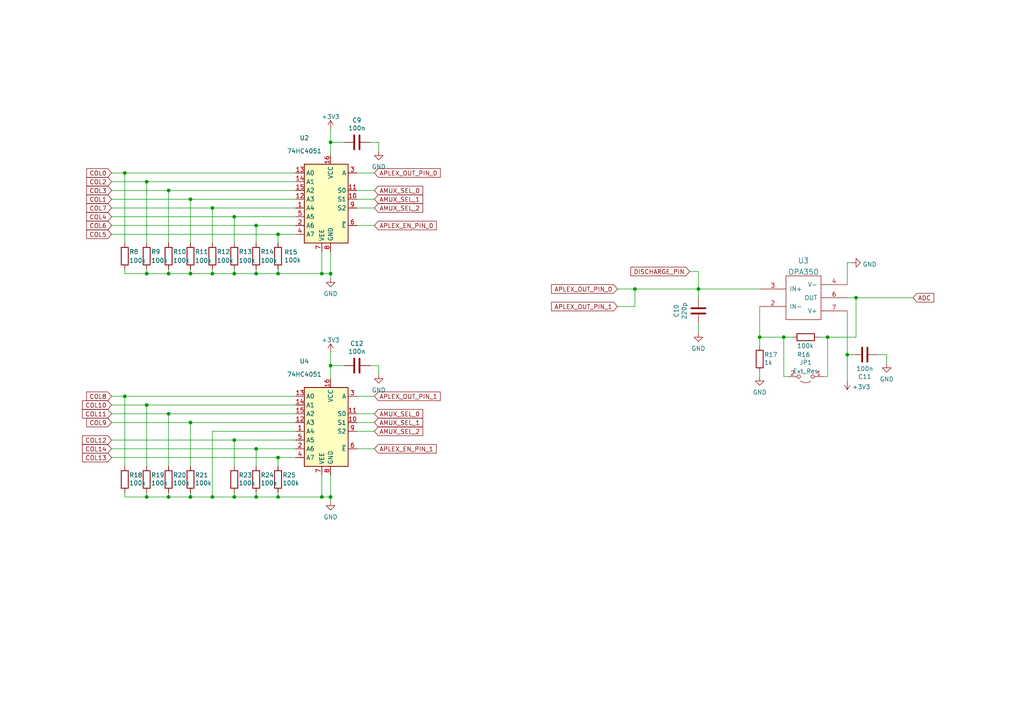
<source format=kicad_sch>
(kicad_sch (version 20231120) (generator "eeschema") (generator_version "8.0")
  (paper "A4")
  (title_block (title "EC60") (date "2024-03-03") (rev "1.1.1") (company "LU.SV Solutions") (comment 1 "Cipulot PCB Design") (comment 2 "Cipulot") (comment 3 "CC-BY-NC-SA-4.0"))
  (lib_symbols
    (symbol "74xx:74HC4051"
      (property "Reference" "U" (at -5.08 11.43 0))
      (property "Value" "74HC4051" (at -7.62 -13.97 0))
      (symbol "74HC4051_0_1"
        (rectangle (start -5.08 10.16) (end 7.62 -12.7) (stroke (width 0.254)) (fill (type background)))
      )
      (symbol "74HC4051_1_1"
        (pin passive line (at 10.16 -2.54 180) (length 2.54) (name "A4") (number "1"))
        (pin input line (at -7.62 0 0) (length 2.54) (name "S1") (number "10"))
        (pin input line (at -7.62 2.54 0) (length 2.54) (name "S0") (number "11"))
        (pin passive line (at 10.16 0 180) (length 2.54) (name "A3") (number "12"))
        (pin passive line (at 10.16 7.62 180) (length 2.54) (name "A0") (number "13"))
        (pin passive line (at 10.16 5.08 180) (length 2.54) (name "A1") (number "14"))
        (pin passive line (at 10.16 2.54 180) (length 2.54) (name "A2") (number "15"))
        (pin power_in line (at 0 12.7 270) (length 2.54) (name "VCC") (number "16"))
        (pin passive line (at 10.16 -7.62 180) (length 2.54) (name "A6") (number "2"))
        (pin passive line (at -7.62 7.62 0) (length 2.54) (name "A") (number "3"))
        (pin passive line (at 10.16 -10.16 180) (length 2.54) (name "A7") (number "4"))
        (pin passive line (at 10.16 -5.08 180) (length 2.54) (name "A5") (number "5"))
        (pin input line (at -7.62 -7.62 0) (length 2.54) (name "~{E}") (number "6"))
        (pin power_in line (at 2.54 -15.24 90) (length 2.54) (name "VEE") (number "7"))
        (pin power_in line (at 0 -15.24 90) (length 2.54) (name "GND") (number "8"))
        (pin input line (at -7.62 -2.54 0) (length 2.54) (name "S2") (number "9"))
      )
    )
    (symbol "Device:C" (pin_numbers hide) (pin_names (offset 0.254))
      (property "Reference" "C" (at 0.635 2.54 0))
      (property "Value" "C" (at 0.635 -2.54 0))
      (symbol "C_0_1"
        (polyline (pts (xy -2.032 -0.762) (xy 2.032 -0.762)) (stroke (width 0.508)))
        (polyline (pts (xy -2.032 0.762) (xy 2.032 0.762)) (stroke (width 0.508)))
      )
      (symbol "C_1_1"
        (pin passive line (at 0 3.81 270) (length 2.794) (name "~") (number "1"))
        (pin passive line (at 0 -3.81 90) (length 2.794) (name "~") (number "2"))
      )
    )
    (symbol "Device:R" (pin_numbers hide) (pin_names (offset 0))
      (property "Reference" "R" (at 2.032 0 90))
      (property "Value" "R" (at 0 0 90))
      (symbol "R_0_1"
        (rectangle (start -1.016 -2.54) (end 1.016 2.54) (stroke (width 0.254)))
      )
      (symbol "R_1_1"
        (pin passive line (at 0 3.81 270) (length 1.27) (name "~") (number "1"))
        (pin passive line (at 0 -3.81 90) (length 1.27) (name "~") (number "2"))
      )
    )
    (symbol "Jumper:Jumper_2_Open" (pin_names (offset 0) hide)
      (property "Reference" "JP" (at 0 2.794 0))
      (property "Value" "Jumper_2_Open" (at 0 -2.286 0))
      (symbol "Jumper_2_Open_0_0"
        (circle (center -2.032 0) (radius 0.508))
        (circle (center 2.032 0) (radius 0.508))
      )
      (symbol "Jumper_2_Open_0_1"
        (arc (start 1.524 1.27) (mid 0 1.778) (end -1.524 1.27))
      )
      (symbol "Jumper_2_Open_1_1"
        (pin passive line (at -5.08 0 0) (length 2.54) (name "A") (number "1"))
        (pin passive line (at 5.08 0 180) (length 2.54) (name "B") (number "2"))
      )
    )
    (symbol "burrbrown:OPA350" (pin_names (offset 1.016))
      (property "Reference" "U" (at 8.89 -7.62 0))
      (property "Value" "OPA350" (at 5.08 7.62 0))
      (symbol "OPA350_0_1"
        (rectangle (start 0 -6.35) (end 10.16 6.35))
        (pin input line (at -7.62 2.54 0) (length 7.62) (name "IN-") (number "2"))
        (pin input line (at -7.62 -2.54 0) (length 7.62) (name "IN+") (number "3"))
        (pin input line (at 17.78 -3.81 180) (length 7.62) (name "V-") (number "4"))
        (pin input line (at 17.78 0 180) (length 7.62) (name "OUT") (number "6"))
        (pin input line (at 17.78 3.81 180) (length 7.62) (name "V+") (number "7"))
      )
    )
    (symbol "power:+3.3V" (power) (pin_names (offset 0))
      (property "Value" "+3.3V" (at 0 3.556 0))
      (symbol "+3.3V_0_1"
        (polyline (pts (xy -0.762 1.27) (xy 0 2.54)))
        (polyline (pts (xy 0 0) (xy 0 2.54)))
        (polyline (pts (xy 0 2.54) (xy 0.762 1.27)))
      )
      (symbol "+3.3V_1_1"
        (pin power_in line (at 0 0 90) (length 0) hide (name "+3V3") (number "1"))
      )
    )
    (symbol "power:GND" (power) (pin_names (offset 0))
      (property "Value" "GND" (at 0 -3.81 0))
      (symbol "GND_0_1"
        (polyline (pts (xy 0 0) (xy 0 -1.27) (xy 1.27 -1.27) (xy 0 -2.54) (xy -1.27 -1.27) (xy 0 -1.27)))
      )
      (symbol "GND_1_1"
        (pin power_in line (at 0 0 270) (length 0) hide (name "GND") (number "1"))
      )
    )
  )
  (junction (at 248.285 86.36))
  (junction (at 93.345 79.375))
  (junction (at 55.245 57.785))
  (junction (at 95.885 41.275))
  (junction (at 95.885 79.375))
  (junction (at 80.645 132.715))
  (junction (at 74.295 130.175))
  (junction (at 74.295 79.375))
  (junction (at 67.945 144.145))
  (junction (at 42.545 117.475))
  (junction (at 67.945 127.635))
  (junction (at 93.345 144.145))
  (junction (at 48.895 79.375))
  (junction (at 202.565 83.82))
  (junction (at 55.245 79.375))
  (junction (at 184.15 83.82))
  (junction (at 220.345 97.79))
  (junction (at 67.945 79.375))
  (junction (at 42.545 79.375))
  (junction (at 61.595 60.325))
  (junction (at 95.885 106.045))
  (junction (at 42.545 144.145))
  (junction (at 74.295 65.405))
  (junction (at 227.33 97.79))
  (junction (at 48.895 144.145))
  (junction (at 55.245 144.145))
  (junction (at 80.645 67.945))
  (junction (at 67.945 62.865))
  (junction (at 95.885 144.145))
  (junction (at 36.195 50.165))
  (junction (at 61.595 144.145))
  (junction (at 240.03 97.79))
  (junction (at 55.245 122.555))
  (junction (at 61.595 79.375))
  (junction (at 42.545 52.705))
  (junction (at 36.195 114.935))
  (junction (at 245.745 102.87))
  (junction (at 48.895 120.015))
  (junction (at 80.645 79.375))
  (junction (at 48.895 55.245))
  (junction (at 74.295 144.145))
  (junction (at 80.645 144.145))
  (wire (pts (xy 248.285 97.79) (xy 248.285 86.36)))
  (wire (pts (xy 74.295 70.485) (xy 74.295 65.405)))
  (wire (pts (xy 32.385 114.935) (xy 36.195 114.935)))
  (wire (pts (xy 36.195 114.935) (xy 85.725 114.935)))
  (wire (pts (xy 95.885 80.645) (xy 95.885 79.375)))
  (wire (pts (xy 227.33 97.79) (xy 229.87 97.79)))
  (wire (pts (xy 36.195 70.485) (xy 36.195 50.165)))
  (wire (pts (xy 85.725 67.945) (xy 80.645 67.945)))
  (wire (pts (xy 36.195 144.145) (xy 42.545 144.145)))
  (wire (pts (xy 74.295 78.105) (xy 74.295 79.375)))
  (wire (pts (xy 220.345 97.79) (xy 227.33 97.79)))
  (wire (pts (xy 48.895 70.485) (xy 48.895 55.245)))
  (wire (pts (xy 107.315 106.045) (xy 109.855 106.045)))
  (wire (pts (xy 95.885 145.415) (xy 95.885 144.145)))
  (wire (pts (xy 85.725 57.785) (xy 55.245 57.785)))
  (wire (pts (xy 179.07 83.82) (xy 184.15 83.82)))
  (wire (pts (xy 80.645 70.485) (xy 80.645 67.945)))
  (wire (pts (xy 67.945 144.145) (xy 74.295 144.145)))
  (wire (pts (xy 55.245 122.555) (xy 32.385 122.555)))
  (wire (pts (xy 48.895 79.375) (xy 55.245 79.375)))
  (wire (pts (xy 80.645 135.255) (xy 80.645 132.715)))
  (wire (pts (xy 85.725 52.705) (xy 42.545 52.705)))
  (wire (pts (xy 55.245 144.145) (xy 61.595 144.145)))
  (wire (pts (xy 85.725 122.555) (xy 55.245 122.555)))
  (wire (pts (xy 200.025 78.74) (xy 202.565 78.74)))
  (wire (pts (xy 67.945 79.375) (xy 74.295 79.375)))
  (wire (pts (xy 85.725 55.245) (xy 48.895 55.245)))
  (wire (pts (xy 95.885 41.275) (xy 95.885 45.085)))
  (wire (pts (xy 248.285 86.36) (xy 264.795 86.36)))
  (wire (pts (xy 93.345 137.795) (xy 93.345 144.145)))
  (wire (pts (xy 85.725 60.325) (xy 61.595 60.325)))
  (wire (pts (xy 55.245 78.105) (xy 55.245 79.375)))
  (wire (pts (xy 48.895 120.015) (xy 32.385 120.015)))
  (wire (pts (xy 202.565 86.36) (xy 202.565 83.82)))
  (wire (pts (xy 61.595 60.325) (xy 32.385 60.325)))
  (wire (pts (xy 61.595 144.145) (xy 67.945 144.145)))
  (wire (pts (xy 108.585 65.405) (xy 103.505 65.405)))
  (wire (pts (xy 61.595 79.375) (xy 67.945 79.375)))
  (wire (pts (xy 85.725 127.635) (xy 67.945 127.635)))
  (wire (pts (xy 32.385 67.945) (xy 80.645 67.945)))
  (wire (pts (xy 220.345 97.79) (xy 220.345 100.33)))
  (wire (pts (xy 80.645 79.375) (xy 93.345 79.375)))
  (wire (pts (xy 109.855 106.045) (xy 109.855 108.585)))
  (wire (pts (xy 202.565 78.74) (xy 202.565 83.82)))
  (wire (pts (xy 254.635 102.87) (xy 257.175 102.87)))
  (wire (pts (xy 74.295 144.145) (xy 80.645 144.145)))
  (wire (pts (xy 67.945 78.105) (xy 67.945 79.375)))
  (wire (pts (xy 85.725 125.095) (xy 61.595 125.095)))
  (wire (pts (xy 48.895 78.105) (xy 48.895 79.375)))
  (wire (pts (xy 55.245 122.555) (xy 55.245 135.255)))
  (wire (pts (xy 220.345 88.9) (xy 220.345 97.79)))
  (wire (pts (xy 248.285 86.36) (xy 245.745 86.36)))
  (wire (pts (xy 42.545 142.875) (xy 42.545 144.145)))
  (wire (pts (xy 108.585 130.175) (xy 103.505 130.175)))
  (wire (pts (xy 80.645 144.145) (xy 93.345 144.145)))
  (wire (pts (xy 42.545 70.485) (xy 42.545 52.705)))
  (wire (pts (xy 42.545 52.705) (xy 32.385 52.705)))
  (wire (pts (xy 42.545 135.255) (xy 42.545 117.475)))
  (wire (pts (xy 32.385 130.175) (xy 74.295 130.175)))
  (wire (pts (xy 93.345 73.025) (xy 93.345 79.375)))
  (wire (pts (xy 202.565 83.82) (xy 220.345 83.82)))
  (wire (pts (xy 179.07 88.9) (xy 184.15 88.9)))
  (wire (pts (xy 48.895 142.875) (xy 48.895 144.145)))
  (wire (pts (xy 237.49 97.79) (xy 240.03 97.79)))
  (wire (pts (xy 36.195 50.165) (xy 85.725 50.165)))
  (wire (pts (xy 184.15 83.82) (xy 202.565 83.82)))
  (wire (pts (xy 36.195 142.875) (xy 36.195 144.145)))
  (wire (pts (xy 103.505 57.785) (xy 108.585 57.785)))
  (wire (pts (xy 109.855 41.275) (xy 109.855 43.815)))
  (wire (pts (xy 85.725 62.865) (xy 67.945 62.865)))
  (wire (pts (xy 85.725 117.475) (xy 42.545 117.475)))
  (wire (pts (xy 95.885 102.235) (xy 95.885 106.045)))
  (wire (pts (xy 74.295 65.405) (xy 85.725 65.405)))
  (wire (pts (xy 32.385 50.165) (xy 36.195 50.165)))
  (wire (pts (xy 48.895 135.255) (xy 48.895 120.015)))
  (wire (pts (xy 108.585 50.165) (xy 103.505 50.165)))
  (wire (pts (xy 202.565 93.98) (xy 202.565 96.52)))
  (wire (pts (xy 61.595 70.485) (xy 61.595 60.325)))
  (wire (pts (xy 228.6 109.22) (xy 227.33 109.22)))
  (wire (pts (xy 67.945 135.255) (xy 67.945 127.635)))
  (wire (pts (xy 61.595 78.105) (xy 61.595 79.375)))
  (wire (pts (xy 74.295 135.255) (xy 74.295 130.175)))
  (wire (pts (xy 55.245 79.375) (xy 61.595 79.375)))
  (wire (pts (xy 95.885 137.795) (xy 95.885 144.145)))
  (wire (pts (xy 107.315 41.275) (xy 109.855 41.275)))
  (wire (pts (xy 48.895 55.245) (xy 32.385 55.245)))
  (wire (pts (xy 36.195 135.255) (xy 36.195 114.935)))
  (wire (pts (xy 103.505 122.555) (xy 108.585 122.555)))
  (wire (pts (xy 80.645 142.875) (xy 80.645 144.145)))
  (wire (pts (xy 67.945 62.865) (xy 32.385 62.865)))
  (wire (pts (xy 220.345 107.95) (xy 220.345 109.22)))
  (wire (pts (xy 42.545 144.145) (xy 48.895 144.145)))
  (wire (pts (xy 93.345 144.145) (xy 95.885 144.145)))
  (wire (pts (xy 55.245 57.785) (xy 32.385 57.785)))
  (wire (pts (xy 36.195 78.105) (xy 36.195 79.375)))
  (wire (pts (xy 55.245 57.785) (xy 55.245 70.485)))
  (wire (pts (xy 85.725 120.015) (xy 48.895 120.015)))
  (wire (pts (xy 67.945 127.635) (xy 32.385 127.635)))
  (wire (pts (xy 32.385 65.405) (xy 74.295 65.405)))
  (wire (pts (xy 93.345 79.375) (xy 95.885 79.375)))
  (wire (pts (xy 95.885 37.465) (xy 95.885 41.275)))
  (wire (pts (xy 61.595 125.095) (xy 61.595 144.145)))
  (wire (pts (xy 36.195 79.375) (xy 42.545 79.375)))
  (wire (pts (xy 245.745 82.55) (xy 245.745 76.2)))
  (wire (pts (xy 74.295 142.875) (xy 74.295 144.145)))
  (wire (pts (xy 32.385 132.715) (xy 80.645 132.715)))
  (wire (pts (xy 42.545 79.375) (xy 48.895 79.375)))
  (wire (pts (xy 227.33 109.22) (xy 227.33 97.79)))
  (wire (pts (xy 74.295 79.375) (xy 80.645 79.375)))
  (wire (pts (xy 257.175 102.87) (xy 257.175 105.41)))
  (wire (pts (xy 42.545 78.105) (xy 42.545 79.375)))
  (wire (pts (xy 108.585 114.935) (xy 103.505 114.935)))
  (wire (pts (xy 103.505 120.015) (xy 108.585 120.015)))
  (wire (pts (xy 240.03 109.22) (xy 240.03 97.79)))
  (wire (pts (xy 245.745 90.17) (xy 245.745 102.87)))
  (wire (pts (xy 48.895 144.145) (xy 55.245 144.145)))
  (wire (pts (xy 99.695 41.275) (xy 95.885 41.275)))
  (wire (pts (xy 99.695 106.045) (xy 95.885 106.045)))
  (wire (pts (xy 67.945 70.485) (xy 67.945 62.865)))
  (wire (pts (xy 247.015 102.87) (xy 245.745 102.87)))
  (wire (pts (xy 184.15 83.82) (xy 184.15 88.9)))
  (wire (pts (xy 103.505 60.325) (xy 108.585 60.325)))
  (wire (pts (xy 42.545 117.475) (xy 32.385 117.475)))
  (wire (pts (xy 55.245 142.875) (xy 55.245 144.145)))
  (wire (pts (xy 245.745 76.2) (xy 247.015 76.2)))
  (wire (pts (xy 67.945 142.875) (xy 67.945 144.145)))
  (wire (pts (xy 95.885 106.045) (xy 95.885 109.855)))
  (wire (pts (xy 103.505 125.095) (xy 108.585 125.095)))
  (wire (pts (xy 240.03 97.79) (xy 248.285 97.79)))
  (wire (pts (xy 103.505 55.245) (xy 108.585 55.245)))
  (wire (pts (xy 80.645 78.105) (xy 80.645 79.375)))
  (wire (pts (xy 74.295 130.175) (xy 85.725 130.175)))
  (wire (pts (xy 95.885 73.025) (xy 95.885 79.375)))
  (wire (pts (xy 238.76 109.22) (xy 240.03 109.22)))
  (wire (pts (xy 85.725 132.715) (xy 80.645 132.715)))
  (wire (pts (xy 245.745 110.49) (xy 245.745 102.87)))
  (global_label "AMUX_SEL_2" (shape input) (at 108.585 125.095 0) (property "Intersheetrefs" "${INTERSHEET_REFS}" (effects (hide yes))))
  (global_label "COL4" (shape input) (at 32.385 62.865 180) (property "Intersheetrefs" "${INTERSHEET_REFS}" (effects (hide yes))))
  (global_label "AMUX_SEL_0" (shape input) (at 108.585 55.245 0) (property "Intersheetrefs" "${INTERSHEET_REFS}" (effects (hide yes))))
  (global_label "APLEX_OUT_PIN_1" (shape input) (at 108.585 114.935 0) (property "Intersheetrefs" "${INTERSHEET_REFS}" (effects (hide yes))))
  (global_label "APLEX_OUT_PIN_1" (shape input) (at 179.07 88.9 180) (property "Intersheetrefs" "${INTERSHEET_REFS}" (effects (hide yes))))
  (global_label "COL6" (shape input) (at 32.385 65.405 180) (property "Intersheetrefs" "${INTERSHEET_REFS}" (effects (hide yes))))
  (global_label "COL2" (shape input) (at 32.385 52.705 180) (property "Intersheetrefs" "${INTERSHEET_REFS}" (effects (hide yes))))
  (global_label "COL8" (shape input) (at 32.385 114.935 180) (property "Intersheetrefs" "${INTERSHEET_REFS}" (effects (hide yes))))
  (global_label "AMUX_SEL_1" (shape input) (at 108.585 57.785 0) (property "Intersheetrefs" "${INTERSHEET_REFS}" (effects (hide yes))))
  (global_label "DISCHARGE_PIN" (shape input) (at 200.025 78.74 180) (property "Intersheetrefs" "${INTERSHEET_REFS}" (effects (hide yes))))
  (global_label "COL10" (shape input) (at 32.385 117.475 180) (property "Intersheetrefs" "${INTERSHEET_REFS}" (effects (hide yes))))
  (global_label "COL12" (shape input) (at 32.385 127.635 180) (property "Intersheetrefs" "${INTERSHEET_REFS}" (effects (hide yes))))
  (global_label "COL9" (shape input) (at 32.385 122.555 180) (property "Intersheetrefs" "${INTERSHEET_REFS}" (effects (hide yes))))
  (global_label "APLEX_OUT_PIN_0" (shape input) (at 108.585 50.165 0) (property "Intersheetrefs" "${INTERSHEET_REFS}" (effects (hide yes))))
  (global_label "AMUX_SEL_1" (shape input) (at 108.585 122.555 0) (property "Intersheetrefs" "${INTERSHEET_REFS}" (effects (hide yes))))
  (global_label "ADC" (shape input) (at 264.795 86.36 0) (property "Intersheetrefs" "${INTERSHEET_REFS}" (effects (hide yes))))
  (global_label "COL1" (shape input) (at 32.385 57.785 180) (property "Intersheetrefs" "${INTERSHEET_REFS}" (effects (hide yes))))
  (global_label "COL14" (shape input) (at 32.385 130.175 180) (property "Intersheetrefs" "${INTERSHEET_REFS}" (effects (hide yes))))
  (global_label "COL7" (shape input) (at 32.385 60.325 180) (property "Intersheetrefs" "${INTERSHEET_REFS}" (effects (hide yes))))
  (global_label "COL13" (shape input) (at 32.385 132.715 180) (property "Intersheetrefs" "${INTERSHEET_REFS}" (effects (hide yes))))
  (global_label "AMUX_SEL_2" (shape input) (at 108.585 60.325 0) (property "Intersheetrefs" "${INTERSHEET_REFS}" (effects (hide yes))))
  (global_label "COL5" (shape input) (at 32.385 67.945 180) (property "Intersheetrefs" "${INTERSHEET_REFS}" (effects (hide yes))))
  (global_label "COL11" (shape input) (at 32.385 120.015 180) (property "Intersheetrefs" "${INTERSHEET_REFS}" (effects (hide yes))))
  (global_label "COL0" (shape input) (at 32.385 50.165 180) (property "Intersheetrefs" "${INTERSHEET_REFS}" (effects (hide yes))))
  (global_label "APLEX_OUT_PIN_0" (shape input) (at 179.07 83.82 180) (property "Intersheetrefs" "${INTERSHEET_REFS}" (effects (hide yes))))
  (global_label "COL3" (shape input) (at 32.385 55.245 180) (property "Intersheetrefs" "${INTERSHEET_REFS}" (effects (hide yes))))
  (global_label "APLEX_EN_PIN_0" (shape input) (at 108.585 65.405 0) (property "Intersheetrefs" "${INTERSHEET_REFS}" (effects (hide yes))))
  (global_label "AMUX_SEL_0" (shape input) (at 108.585 120.015 0) (property "Intersheetrefs" "${INTERSHEET_REFS}" (effects (hide yes))))
  (global_label "APLEX_EN_PIN_1" (shape input) (at 108.585 130.175 0) (property "Intersheetrefs" "${INTERSHEET_REFS}" (effects (hide yes))))
  (symbol (lib_id "Device:R") (at 36.195 139.065 0) (unit 1)
    (property "Reference" "R18" (at 37.465 137.795 0) (effects (justify left)))
    (property "Value" "100k" (at 37.465 140.1064 0) (effects (justify left)))
    (property "Footprint" "Resistor_SMD:R_0402_1005Metric" (effects (hide yes)))
    (property "LCSC" "C25741" (effects (hide yes)))
  )
  (symbol (lib_id "74xx:74HC4051") (at 95.885 57.785 0) (mirror y) (unit 1)
    (property "Reference" "U2" (at 88.265 40.005 0))
    (property "Value" "74HC4051" (at 88.265 43.815 0))
    (property "Footprint" "cipulot_parts:TSSOP16" (effects (hide yes)))
    (property "Datasheet" "http://www.ti.com/lit/ds/symlink/cd74hc4051.pdf" (effects (hide yes)))
    (property "LCSC" "C5645" (effects (hide yes)))
  )
  (symbol (lib_id "Device:R") (at 42.545 74.295 0) (unit 1)
    (property "Reference" "R9" (at 43.815 73.025 0) (effects (justify left)))
    (property "Value" "100k" (at 43.815 75.565 0) (effects (justify left)))
    (property "Footprint" "Resistor_SMD:R_0402_1005Metric" (effects (hide yes)))
    (property "LCSC" "C25741" (effects (hide yes)))
  )
  (symbol (lib_id "power:GND") (at 202.565 96.52 0) (unit 1)
    (property "Reference" "#PWR037" (effects (hide yes)))
    (property "Value" "GND" (at 202.565 101.0825 0))
  )
  (symbol (lib_id "Device:R") (at 67.945 139.065 0) (unit 1)
    (property "Reference" "R23" (at 69.215 137.795 0) (effects (justify left)))
    (property "Value" "100k" (at 69.215 140.1064 0) (effects (justify left)))
    (property "Footprint" "Resistor_SMD:R_0402_1005Metric" (effects (hide yes)))
    (property "LCSC" "C25741" (effects (hide yes)))
  )
  (symbol (lib_id "power:GND") (at 109.855 43.815 0) (unit 1)
    (property "Reference" "#PWR034" (effects (hide yes)))
    (property "Value" "GND" (at 109.855 48.3775 0))
  )
  (symbol (lib_id "Device:R") (at 233.68 97.79 270) (unit 1)
    (property "Reference" "R16" (at 231.14 102.87 90) (effects (justify left)))
    (property "Value" "100k" (at 231.14 100.33 90) (effects (justify left)))
    (property "Footprint" "Resistor_SMD:R_0402_1005Metric" (effects (hide yes)))
    (property "LCSC" "C25741" (effects (hide yes)))
  )
  (symbol (lib_id "power:GND") (at 220.345 109.22 0) (unit 1)
    (property "Reference" "#PWR041" (effects (hide yes)))
    (property "Value" "GND" (at 220.345 113.7825 0))
  )
  (symbol (lib_id "Device:R") (at 67.945 74.295 0) (unit 1)
    (property "Reference" "R13" (at 69.215 73.025 0) (effects (justify left)))
    (property "Value" "100k" (at 69.215 75.565 0) (effects (justify left)))
    (property "Footprint" "Resistor_SMD:R_0402_1005Metric" (effects (hide yes)))
    (property "LCSC" "C25741" (effects (hide yes)))
  )
  (symbol (lib_id "Device:R") (at 36.195 74.295 0) (unit 1)
    (property "Reference" "R8" (at 37.465 73.025 0) (effects (justify left)))
    (property "Value" "100k" (at 37.465 75.565 0) (effects (justify left)))
    (property "Footprint" "Resistor_SMD:R_0402_1005Metric" (effects (hide yes)))
    (property "LCSC" "C25741" (effects (hide yes)))
  )
  (symbol (lib_id "Device:R") (at 80.645 139.065 0) (unit 1)
    (property "Reference" "R25" (at 81.915 137.795 0) (effects (justify left)))
    (property "Value" "100k" (at 81.915 140.1064 0) (effects (justify left)))
    (property "Footprint" "Resistor_SMD:R_0402_1005Metric" (effects (hide yes)))
    (property "LCSC" "C25741" (effects (hide yes)))
  )
  (symbol (lib_id "74xx:74HC4051") (at 95.885 122.555 0) (mirror y) (unit 1)
    (property "Reference" "U4" (at 88.265 104.775 0))
    (property "Value" "74HC4051" (at 88.265 108.585 0))
    (property "Footprint" "cipulot_parts:TSSOP16" (effects (hide yes)))
    (property "Datasheet" "http://www.ti.com/lit/ds/symlink/cd74hc4051.pdf" (effects (hide yes)))
    (property "LCSC" "C5645" (effects (hide yes)))
  )
  (symbol (lib_id "Device:R") (at 55.245 74.295 0) (unit 1)
    (property "Reference" "R11" (at 56.515 73.025 0) (effects (justify left)))
    (property "Value" "100k" (at 56.515 75.565 0) (effects (justify left)))
    (property "Footprint" "Resistor_SMD:R_0402_1005Metric" (effects (hide yes)))
    (property "LCSC" "C25741" (effects (hide yes)))
  )
  (symbol (lib_id "Device:R") (at 220.345 104.14 0) (unit 1)
    (property "Reference" "R17" (at 221.615 102.87 0) (effects (justify left)))
    (property "Value" "1k" (at 221.615 105.1814 0) (effects (justify left)))
    (property "Footprint" "Resistor_SMD:R_0402_1005Metric" (effects (hide yes)))
    (property "LCSC" "C11702" (effects (hide yes)))
  )
  (symbol (lib_id "Device:C") (at 202.565 90.17 0) (unit 1)
    (property "Reference" "C10" (at 196.1642 90.17 90))
    (property "Value" "220p" (at 198.4756 90.17 90))
    (property "Footprint" "Capacitor_SMD:C_0402_1005Metric" (effects (hide yes)))
    (property "LCSC" "C1530" (effects (hide yes)))
  )
  (symbol (lib_id "power:GND") (at 247.015 76.2 90) (unit 1)
    (property "Reference" "#PWR035" (effects (hide yes)))
    (property "Value" "GND" (at 250.19 76.679 90) (effects (justify right)))
  )
  (symbol (lib_id "power:GND") (at 109.855 108.585 0) (unit 1)
    (property "Reference" "#PWR040" (effects (hide yes)))
    (property "Value" "GND" (at 109.855 113.1475 0))
  )
  (symbol (lib_id "Device:R") (at 74.295 74.295 0) (unit 1)
    (property "Reference" "R14" (at 75.565 73.025 0) (effects (justify left)))
    (property "Value" "100k" (at 75.565 75.565 0) (effects (justify left)))
    (property "Footprint" "Resistor_SMD:R_0402_1005Metric" (effects (hide yes)))
    (property "LCSC" "C25741" (effects (hide yes)))
  )
  (symbol (lib_id "Device:R") (at 80.645 74.295 0) (unit 1)
    (property "Reference" "R15" (at 82.423 73.1266 0) (effects (justify left)))
    (property "Value" "100k" (at 82.423 75.438 0) (effects (justify left)))
    (property "Footprint" "Resistor_SMD:R_0402_1005Metric" (effects (hide yes)))
    (property "LCSC" "C25741" (effects (hide yes)))
  )
  (symbol (lib_id "Device:R") (at 48.895 139.065 0) (unit 1)
    (property "Reference" "R20" (at 50.165 137.795 0) (effects (justify left)))
    (property "Value" "100k" (at 50.165 140.1064 0) (effects (justify left)))
    (property "Footprint" "Resistor_SMD:R_0402_1005Metric" (effects (hide yes)))
    (property "LCSC" "C25741" (effects (hide yes)))
  )
  (symbol (lib_id "Device:R") (at 42.545 139.065 0) (unit 1)
    (property "Reference" "R19" (at 43.815 137.795 0) (effects (justify left)))
    (property "Value" "100k" (at 43.815 140.1064 0) (effects (justify left)))
    (property "Footprint" "Resistor_SMD:R_0402_1005Metric" (effects (hide yes)))
    (property "LCSC" "C25741" (effects (hide yes)))
  )
  (symbol (lib_id "Device:R") (at 48.895 74.295 0) (unit 1)
    (property "Reference" "R10" (at 50.165 73.025 0) (effects (justify left)))
    (property "Value" "100k" (at 50.165 75.565 0) (effects (justify left)))
    (property "Footprint" "Resistor_SMD:R_0402_1005Metric" (effects (hide yes)))
    (property "LCSC" "C25741" (effects (hide yes)))
  )
  (symbol (lib_id "power:GND") (at 257.175 105.41 0) (unit 1)
    (property "Reference" "#PWR039" (effects (hide yes)))
    (property "Value" "GND" (at 257.175 109.9725 0))
  )
  (symbol (lib_id "Device:C") (at 103.505 106.045 270) (unit 1)
    (property "Reference" "C12" (at 103.505 99.6442 90))
    (property "Value" "100n" (at 103.505 101.9556 90))
    (property "Footprint" "Capacitor_SMD:C_0402_1005Metric" (effects (hide yes)))
    (property "LCSC" "C307331" (effects (hide yes)))
  )
  (symbol (lib_id "power:GND") (at 95.885 80.645 0) (unit 1)
    (property "Reference" "#PWR036" (effects (hide yes)))
    (property "Value" "GND" (at 95.885 85.2075 0))
  )
  (symbol (lib_id "power:+3.3V") (at 95.885 37.465 0) (unit 1)
    (property "Reference" "#PWR033" (effects (hide yes)))
    (property "Value" "+3V3" (at 95.885 33.8605 0))
  )
  (symbol (lib_id "Device:C") (at 250.825 102.87 270) (mirror x) (unit 1)
    (property "Reference" "C11" (at 250.825 109.2708 90))
    (property "Value" "100n" (at 250.825 106.9594 90))
    (property "Footprint" "Capacitor_SMD:C_0402_1005Metric" (effects (hide yes)))
    (property "LCSC" "C307331" (effects (hide yes)))
  )
  (symbol (lib_id "burrbrown:OPA350") (at 227.965 86.36 0) (mirror x) (unit 1)
    (property "Reference" "U3" (at 233.045 75.6061 0) (effects (font (size 1.524 1.524))))
    (property "Value" "OPA350" (at 233.045 78.8851 0) (effects (font (size 1.524 1.524))))
    (property "Footprint" "Package_SO:SOIC-8_3.9x4.9mm_P1.27mm" (effects (hide yes)))
    (property "LCSC" "C13388" (effects (hide yes)))
  )
  (symbol (lib_id "power:GND") (at 95.885 145.415 0) (unit 1)
    (property "Reference" "#PWR043" (effects (hide yes)))
    (property "Value" "GND" (at 95.885 149.9775 0))
  )
  (symbol (lib_id "Device:C") (at 103.505 41.275 270) (unit 1)
    (property "Reference" "C9" (at 103.505 34.8742 90))
    (property "Value" "100n" (at 103.505 37.1856 90))
    (property "Footprint" "Capacitor_SMD:C_0402_1005Metric" (effects (hide yes)))
    (property "LCSC" "C307331" (effects (hide yes)))
  )
  (symbol (lib_id "power:+3.3V") (at 245.745 110.49 180) (unit 1)
    (property "Reference" "#PWR042" (effects (hide yes)))
    (property "Value" "+3V3" (at 247.142 112.239 0) (effects (justify right)))
  )
  (symbol (lib_id "Device:R") (at 55.245 139.065 0) (unit 1)
    (property "Reference" "R21" (at 56.515 137.795 0) (effects (justify left)))
    (property "Value" "100k" (at 56.515 140.1064 0) (effects (justify left)))
    (property "Footprint" "Resistor_SMD:R_0402_1005Metric" (effects (hide yes)))
    (property "LCSC" "C25741" (effects (hide yes)))
  )
  (symbol (lib_id "Device:R") (at 74.295 139.065 0) (unit 1)
    (property "Reference" "R24" (at 75.565 137.795 0) (effects (justify left)))
    (property "Value" "100k" (at 75.565 140.1064 0) (effects (justify left)))
    (property "Footprint" "Resistor_SMD:R_0402_1005Metric" (effects (hide yes)))
    (property "LCSC" "C25741" (effects (hide yes)))
  )
  (symbol (lib_id "power:+3.3V") (at 95.885 102.235 0) (unit 1)
    (property "Reference" "#PWR038" (effects (hide yes)))
    (property "Value" "+3V3" (at 95.885 98.6305 0))
  )
  (symbol (lib_id "Jumper:Jumper_2_Open") (at 233.68 109.22 180) (unit 1)
    (property "Reference" "JP1" (at 233.68 105.1392 0))
    (property "Value" "Ext_Res" (at 233.68 107.6761 0))
    (property "Footprint" "Resistor_SMD:R_0603_1608Metric_Pad0.98x0.95mm_HandSolder" (effects (hide yes)))
  )
  (symbol (lib_id "Device:R") (at 61.595 74.295 0) (unit 1)
    (property "Reference" "R12" (at 62.865 73.025 0) (effects (justify left)))
    (property "Value" "100k" (at 62.865 75.565 0) (effects (justify left)))
    (property "Footprint" "Resistor_SMD:R_0402_1005Metric" (effects (hide yes)))
    (property "LCSC" "C25741" (effects (hide yes)))
  )
)
</source>
